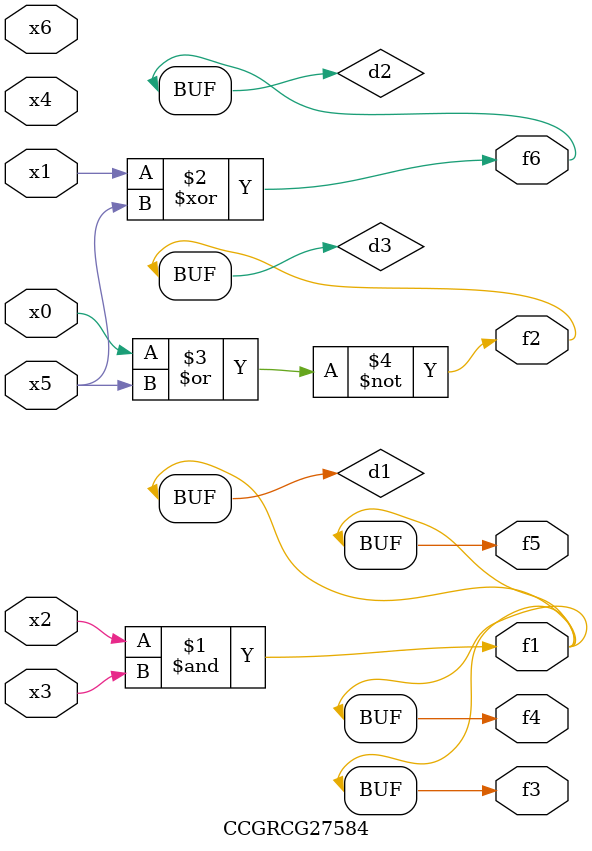
<source format=v>
module CCGRCG27584(
	input x0, x1, x2, x3, x4, x5, x6,
	output f1, f2, f3, f4, f5, f6
);

	wire d1, d2, d3;

	and (d1, x2, x3);
	xor (d2, x1, x5);
	nor (d3, x0, x5);
	assign f1 = d1;
	assign f2 = d3;
	assign f3 = d1;
	assign f4 = d1;
	assign f5 = d1;
	assign f6 = d2;
endmodule

</source>
